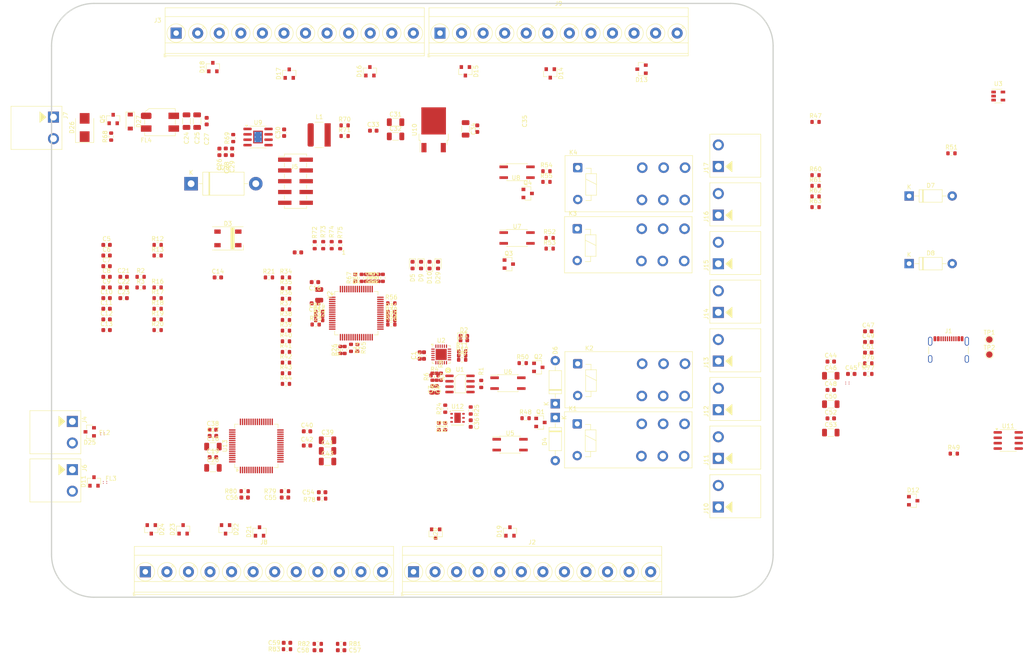
<source format=kicad_pcb>
(kicad_pcb (version 20241229) (generator "pcbnew") (generator_version "9.0")
  (layers (0 "F.Cu" signal) (2 "B.Cu" signal) (13 "F.Paste" user) (15 "B.Paste" user) (5 "F.SilkS" user "F.Silkscreen") (7 "B.SilkS" user "B.Silkscreen") (1 "F.Mask" user) (3 "B.Mask" user) (25 "Edge.Cuts" user))
  (net 0 "")
  (net 1 "+3V3")
  (net 2 "GND")
  (net 3 "VBUS")
  (net 4 "+BATT")
  (net 5 "Net-(U1-VCC)")
  (net 6 "/MCU/MCU_RST")
  (net 7 "Net-(U4-OSC32_OUT)")
  (net 8 "Net-(C24-Pad2)")
  (net 9 "Net-(C29-Pad2)")
  (net 10 "Net-(D28-K)")
  (net 11 "+5V")
  (net 12 "/Dry Contact_1/DRY_V")
  (net 13 "Net-(D4-A)")
  (net 14 "Net-(D5-A)")
  (net 15 "/Dry Contact_2/DRY_V")
  (net 16 "Net-(D6-A)")
  (net 17 "/Dry Contact_3/DRY_V")
  (net 18 "Net-(D7-A)")
  (net 19 "/Dry Contact_4/DRY_V")
  (net 20 "Net-(D8-A)")
  (net 21 "Net-(D9-A)")
  (net 22 "Net-(D10-A)")
  (net 23 "/EXT_CAN_N")
  (net 24 "/EXT_CAN_P")
  (net 25 "Net-(U13-IN1P)")
  (net 26 "Net-(U13-IN2P)")
  (net 27 "/OUT_DIG5")
  (net 28 "/OUT_DIG6")
  (net 29 "/OUT_DIG3")
  (net 30 "/OUT_DIG4")
  (net 31 "/OUT_DIG1")
  (net 32 "/OUT_DIG2")
  (net 33 "/OUT_PWM5")
  (net 34 "/OUT_PWM6")
  (net 35 "Net-(U4-OSC32_IN)")
  (net 36 "/OUT_PWM4")
  (net 37 "/OUT_PWM1")
  (net 38 "/OUT_PWM2")
  (net 39 "/IN_AN5")
  (net 40 "/IN_AN6")
  (net 41 "/IN_AN3")
  (net 42 "/IN_AN4")
  (net 43 "/IN_AN1")
  (net 44 "/IN_AN2")
  (net 45 "/IN_DIG5")
  (net 46 "/MCU/VCAP4")
  (net 47 "Net-(U13-IN3P)")
  (net 48 "/IN_DIG4")
  (net 49 "/IN_DIG1")
  (net 50 "/IN_DIG2")
  (net 51 "/MCU/VCAP3")
  (net 52 "/MCU/VCAP2")
  (net 53 "Net-(U9-VIN)")
  (net 54 "Net-(D27-A)")
  (net 55 "Net-(U9-SS)")
  (net 56 "Net-(U9-COMP)")
  (net 57 "Net-(U9-BOOT)")
  (net 58 "Net-(U13-IN4P)")
  (net 59 "Net-(U13-VCAP1)")
  (net 61 "/MCU/LED_DI")
  (net 62 "/USB_IN_N")
  (net 63 "/USB_IN_P")
  (net 64 "/OUT_PWM3")
  (net 65 "Net-(Q1-B)")
  (net 66 "GND1")
  (net 67 "Net-(Q2-B)")
  (net 68 "Net-(Q3-B)")
  (net 69 "Net-(Q4-B)")
  (net 70 "Net-(D1-A)")
  (net 71 "Net-(D2-A)")
  (net 72 "Net-(D29-A)")
  (net 73 "/OUT_DRY1")
  (net 74 "/IN_DIG3")
  (net 75 "/OUT_DRY2")
  (net 76 "/RS485_EXT_P")
  (net 77 "/OUT_DRY3")
  (net 78 "Net-(U1-RO)")
  (net 79 "/OUT_DRY4")
  (net 92 "/MCU/RX0_3V3")
  (net 93 "Net-(U1-DI)")
  (net 94 "/MCU/TX0_3V3")
  (net 95 "Net-(U2-VBUS)")
  (net 96 "Net-(U2-~{RST})")
  (net 97 "Net-(U2-RXT{slash}IO1)")
  (net 98 "Net-(U2-TXT{slash}IO0)")
  (net 99 "Net-(U2-~{SUSPEND})")
  (net 100 "Net-(U3-~{WDO})")
  (net 101 "/RS485_EXT_N")
  (net 102 "Net-(U4-PC0)")
  (net 103 "Net-(U4-PC1)")
  (net 104 "Net-(D26-A2)")
  (net 105 "Net-(D26-A1)")
  (net 106 "Net-(U4-PC2)")
  (net 107 "Net-(D27-K)")
  (net 108 "Net-(U4-PC3)")
  (net 109 "/MCU/SDA")
  (net 110 "/MCU/SCL")
  (net 111 "Net-(U4-PC4)")
  (net 112 "/USB_D_P")
  (net 113 "Net-(U4-PC5)")
  (net 114 "/USB_D_N")
  (net 115 "Net-(U4-PC6)")
  (net 116 "Net-(R48-Pad2)")
  (net 117 "Net-(R49-Pad1)")
  (net 118 "Net-(R50-Pad2)")
  (net 119 "Net-(R51-Pad1)")
  (net 120 "Net-(R52-Pad2)")
  (net 121 "Net-(R53-Pad1)")
  (net 122 "Net-(R54-Pad2)")
  (net 123 "Net-(R55-Pad1)")
  (net 124 "/RS485_P")
  (net 125 "/RS485_N")
  (net 126 "Net-(U4-PC7)")
  (net 127 "Net-(U4-PC8)")
  (net 128 "Net-(U4-PC9)")
  (net 129 "Net-(U4-PC10)")
  (net 130 "/JTRST")
  (net 131 "/JTDI")
  (net 132 "Net-(U4-PC11)")
  (net 133 "/JTMS")
  (net 134 "Net-(U4-PA0)")
  (net 135 "/JTDO")
  (net 136 "Net-(U4-PA1)")
  (net 137 "/JTCK")
  (net 138 "Net-(U4-PA2)")
  (net 139 "Net-(U4-PA3)")
  (net 140 "Net-(U13-GPIO4)")
  (net 141 "Net-(U13-GPIO3)")
  (net 142 "Net-(U4-PA4)")
  (net 143 "Net-(U13-GPIO2)")
  (net 144 "Net-(U13-GPIO1)")
  (net 145 "/MCU/SP1_SCK")
  (net 146 "Net-(U4-PA5)")
  (net 147 "/MCU/SP1_MISO")
  (net 148 "Net-(U4-PA6)")
  (net 149 "/MCU/SP1_MOSI")
  (net 150 "Net-(U4-PA7)")
  (net 151 "/MCU/SPI_ADC1_CS")
  (net 152 "Net-(U4-PA8)")
  (net 153 "Net-(U13-TESTN)")
  (net 154 "Net-(U13-TESTP)")
  (net 155 "Net-(U12-ADDR)")
  (net 156 "Net-(U4-PA9)")
  (net 157 "/MCU/SPI_ADC2_CS")
  (net 159 "Net-(U4-PA12)")
  (net 161 "Net-(U4-PA13)")
  (net 163 "Net-(U4-PA14)")
  (net 164 "Net-(U4-PA15)")
  (net 165 "Net-(U13-AVDD1)")
  (net 166 "Net-(U4-PB11)")
  (net 167 "Net-(U4-PB12)")
  (net 168 "Net-(U4-PB13)")
  (net 169 "Net-(U4-PB14)")
  (net 170 "/MCU/WDI_IN")
  (net 171 "Net-(U4-PB0)")
  (net 172 "Net-(U4-PB1)")
  (net 173 "/MCU/WDI_EN")
  (net 174 "Net-(U13-IN5P)")
  (net 175 "Net-(U4-PB3)")
  (net 176 "Net-(U4-PB4)")
  (net 177 "Net-(U9-VSENSE)")
  (net 178 "/MCU/LED1")
  (net 179 "/MCU/LED2")
  (net 180 "Net-(U13-AVDD-Pad19)")
  (net 181 "Net-(U13-IN6P)")
  (net 182 "/MCU/RS485")
  (net 188 "/MCU/DTR")
  (net 190 "/MCU/ADC_SCLK")
  (net 191 "/MCU/RTS")
  (net 202 "/MCU/ADC_DOUT")
  (net 203 "/MCU/ADC_DRDY")
  (net 204 "/MCU/WTD_EN")
  (net 205 "/MCU/WTD_IN")
  (net 229 "/MCU/ADC_RESET")
  (net 232 "/MCU/ADC_CS")
  (net 233 "/MCU/ADC_PWDN")
  (net 236 "/Dry Contact_1/DRY1_C")
  (net 237 "/Dry Contact_1/DRY_CONT")
  (net 238 "/Dry Contact_1/DRY1_O")
  (net 239 "/Dry Contact_2/DRY_CONT")
  (net 240 "/Dry Contact_2/DRY1_O")
  (net 241 "/Dry Contact_2/DRY1_C")
  (net 242 "/Dry Contact_3/DRY1_O")
  (net 243 "/Dry Contact_3/DRY1_C")
  (net 244 "/Dry Contact_3/DRY_CONT")
  (net 245 "/Dry Contact_4/DRY_CONT")
  (net 246 "/Dry Contact_4/DRY1_C")
  (net 247 "/Dry Contact_4/DRY1_O")
  (net 248 "/CAN_P")
  (net 249 "/CAN_N")
  (footprint "Diode_THT:D_DO-41_SOD81_P10.16mm_Horizontal" (layer "F.Cu") (at 167.68 143.38 90)
    (property "Reference" "D6")
    (property "Value" "1N47xxA")
  )
  (footprint "Capacitor_SMD:C_0603_1608Metric" (layer "F.Cu") (at 109.195 149.89)
    (property "Reference" "C40")
    (property "Value" "1uF")
  )
  (footprint "Resistor_SMD:R_0603_1608Metric" (layer "F.Cu") (at 104.23 116.114)
    (property "Reference" "R35")
    (property "Value" "100")
  )
  (footprint "Connectors:WURTH-691312510002" (layer "F.Cu") (at 202.095 147.335 90)
    (property "Reference" "J12")
    (property "Value" "1x02")
  )
  (footprint "Connectors:WURTH-691312510002" (layer "F.Cu") (at 57.905 145.015 -90)
    (property "Reference" "J4")
    (property "Value" "1x02")
  )
  (footprint "Resistor_SMD:R_0603_1608Metric" (layer "F.Cu") (at 74 123.5)
    (property "Reference" "R19")
    (property "Value" "100")
  )
  (footprint "Resistor_SMD:R_0603_1608Metric" (layer "F.Cu") (at 111.725 200)
    (property "Reference" "R82")
    (property "Value" "1K" (hide yes))
  )
  (footprint "IC:SOT-23-5" (layer "F.Cu") (at 272.045 70.84)
    (property "Reference" "U3")
    (property "Value" "STWD100")
  )
  (footprint "Connectors:TerminalBlock_Phoenix_MKDS-3-12-5.08_1x12_P5.08mm_Horizontal" (layer "F.Cu") (at 71.1 183)
    (property "Reference" "J8")
    (property "Value" "TerminalBlock_1x12")
  )
  (footprint "Resistor_SMD:R_0603_1608Metric" (layer "F.Cu") (at 261.02 84.34)
    (property "Reference" "R51")
    (property "Value" "120Ω")
  )
  (footprint "Resistor_SMD:R_0603_1608Metric" (layer "F.Cu") (at 118.05 80.26)
    (property "Reference" "R71")
    (property "Value" "8.2KΩ")
  )
  (footprint "Resistor_SMD:R_0603_1608Metric" (layer "F.Cu") (at 74 108.44)
    (property "Reference" "R13")
    (property "Value" "10KΩ")
  )
  (footprint "TestPoint:TestPoint_Pad_D1.5mm" (layer "F.Cu") (at 269.945 128.24)
    (property "Reference" "TP1")
    (property "Value" "TestPoint_1.5mm")
  )
  (footprint "Capacitor_SMD:C_0603_1608Metric" (layer "F.Cu") (at 124.8 79)
    (property "Reference" "C33")
    (property "Value" "100nF")
  )
  (footprint "Package_SO:SOIC-8-1EP_3.9x4.9mm_P1.27mm_EP2.29x3mm_ThermalVias" (layer "F.Cu") (at 97.65 80.5)
    (property "Reference" "U9")
    (property "Value" "TPS54331DR")
  )
  (footprint "Inductors:ChokeSMD_ACM7060" (layer "F.Cu") (at 74.55 77)
    (property "Reference" "FL4")
    (property "Value" "ACM7060-701-2PL-TL01")
  )
  (footprint "Resistor_SMD:R_0603_1608Metric" (layer "F.Cu") (at 241.425 133.845)
    (property "Reference" "R76")
    (property "Value" "10KΩ")
  )
  (footprint "Semiconductors:SOT-23" (layer "F.Cu") (at 124 65 90)
    (property "Reference" "D16")
    (property "Value" "PESD3V3L2BT" (hide yes))
  )
  (footprint "Resistor_SMD:R_0603_1608Metric" (layer "F.Cu") (at 145.7425 133.0165)
    (property "Reference" "R9")
    (property "Value" "470Ω")
  )
  (footprint "Capacitor_SMD:C_0603_1608Metric" (layer "F.Cu") (at 138.7425 140.0165 -90)
    (property "Reference" "C4")
    (property "Value" "1uF")
  )
  (footprint "Resistor_SMD:R_0603_1608Metric" (layer "F.Cu") (at 129.055 124.704)
    (property "Reference" "R28")
    (property "Value" "100")
  )
  (footprint "Resistor_SMD:R_0603_1608Metric" (layer "F.Cu") (at 129.055 122.704)
    (property "Reference" "R30")
    (property "Value" "100")
  )
  (footprint "Semiconductors:SOT-23" (layer "F.Cu") (at 188 64.5 180)
    (property "Reference" "D13")
    (property "Value" "PESD3V3L2BT" (hide yes))
  )
  (footprint "Resistor_SMD:R_0603_1608Metric" (layer "F.Cu") (at 125.055 113.704 90)
    (property "Reference" "R59")
    (property "Value" "100")
  )
  (footprint "Resistor_SMD:R_0603_1608Metric" (layer "F.Cu") (at 104.23 136.194)
    (property "Reference" "R43")
    (property "Value" "10KΩ")
  )
  (footprint "Transistors:SOT-23" (layer "F.Cu") (at 156.725 110.46)
    (property "Reference" "Q3")
    (property "Value" "MMSS8050-H-TP")
  )
  (footprint "Connectors:WURTH-691312510002" (layer "F.Cu") (at 202.095 124.395 90)
    (property "Reference" "J14")
    (property "Value" "1x02")
  )
  (footprint "Capacitor_SMD:C_0603_1608Metric" (layer "F.Cu") (at 65.98 113.46)
    (property "Reference" "C21")
    (property "Value" "100nF")
  )
  (footprint "Resistor_SMD:R_0603_1608Metric" (layer "F.Cu") (at 69.99 115.97)
    (property "Reference" "R3")
    (property "Value" "0")
  )
  (footprint "Resistor_SMD:R_0603_1608Metric" (layer "F.Cu") (at 122.055 113.704 90)
    (property "Reference" "R66")
    (property "Value" "100")
  )
  (footprint "Capacitor_SMD:C_0603_1608Metric" (layer "F.Cu") (at 112.75 164.25)
    (property "Reference" "C54")
    (property "Value" "1nF" (hide yes))
  )
  (footprint "Semiconductors:SOT-23" (layer "F.Cu") (at 146.5 65 -90)
    (property "Reference" "D15")
    (property "Value" "PESD3V3L2BT" (hide yes))
  )
  (footprint "Resistor_SMD:R_0603_1608Metric" (layer "F.Cu") (at 104.23 133.684)
    (property "Reference" "R42")
    (property "Value" "100")
  )
  (footprint "Resistor_SMD:R_0603_1608Metric" (layer "F.Cu") (at 112.055 123.704)
    (property "Reference" "R22")
    (property "Value" "100")
  )
  (footprint "LED_SMD:LED_0603_1608Metric" (layer "F.Cu") (at 134.055 110.704 -90)
    (property "Reference" "D5")
    (property "Value" "150060RS55040")
  )
  (footprint "Capacitor_SMD:C_1206_3216Metric" (layer "F.Cu") (at 80.8 76.75 -90)
    (property "Reference" "C24")
    (property "Value" "10uF")
  )
  (footprint "Optical:LED_WS2812B_PLCC4_5.0x5.0mm_P3.2mm" (layer "F.Cu") (at 90.55 104.4)
    (property "Reference" "D3")
    (property "Value" "WS2812B")
  )
  (footprint "Connectors:TerminalBlock_Phoenix_MKDS-3-12-5.08_1x12_P5.08mm_Horizontal" (layer "F.Cu") (at 78.36 56)
    (property "Reference" "J3")
    (property "Value" "TerminalBlock_1x12")
  )
  (footprint "Capacitor_SMD:C_1206_3216Metric" (layer "F.Cu") (at 130.05 77)
    (property "Reference" "C31")
    (property "Value" "47uF")
  )
  (footprint "Transistors:SOT-23" (layer "F.Cu") (at 63.525 76.25 90)
    (property "Reference" "Q5")
    (property "Value" "SI2347DS-T1-GE3")
  )
  (footprint "Capacitor_SMD:C_0603_1608Metric" (layer "F.Cu") (at 241.425 126.315)
    (property "Reference" "C47")
    (property "Value" "1uF")
  )
  (footprint "Inductors:Choke_TDK_TCM0403M-350-2P-T210" (layer "F.Cu") (at 61.6 161.935)
    (property "Reference" "FL3")
    (property "Value" "TCM0403M-350-2P-T210")
  )
  (footprint "Package_SON:Texas_PWSON-N6" (layer "F.Cu") (at 144.655 146.704)
    (property "Reference" "U12")
    (property "Value" "HDC2080")
  )
  (footprint "Semiconductors:SOT-23" (layer "F.Cu") (at 139.5 174 -90)
    (property "Reference" "D20")
    (property "Value" "PESD3V3L2BT" (hide yes))
  )
  (footprint "Resistor_SMD:R_0603_1608Metric" (layer "F.Cu") (at 104.23 126.154)
    (property "Reference" "R39")
    (property "Value" "100")
  )
  (footprint "Connectors:PinHeader_2x05_P2.54mm_Vertical_SMD" (layer "F.Cu") (at 106.475 90.92)
    (property "Reference" "J5")
    (property "Value" "Conn_ARM_JTAG_SWD_10")
  )
  (footprint "Resistor_SMD:R_0603_1608Metric" (layer "F.Cu") (at 91.8 80.75 90)
    (property "Reference" "R69")
    (property "Value" "49.9")
  )
  (footprint "Capacitor_SMD:C_1206_3216Metric" (layer "F.Cu") (at 232.585 136.785)
    (property "Reference" "C46")
    (property "Value" "22uF")
  )
  (footprint "Transistors:SOT-23" (layer "F.Cu") (at 164.18 147.8)
    (property "Reference" "Q1")
    (property "Value" "MMSS8050-H-TP" (hide yes))
  )
  (footprint "Semiconductors:D_SOD-123" (layer "F.Cu") (at 67.55 76.85 -90)
    (property "Reference" "D27")
    (property "Value" "Zener_6V")
  )
  (footprint "Electromechanical:Relay_TE_RZH3-1C04-D012" (layer "F.Cu") (at 172.95 133.95)
    (property "Reference" "K2")
    (property "Value" "RZH3-1C4-D012")
  )
  (footprint "Capacitor_SMD:C_0603_1608Metric" (layer "F.Cu") (at 61.97 108.44)
    (property "Reference" "C6")
    (property "Value" "1uF")
  )
  (footprint "Capacitor_SMD:C_0603_1608Metric" (layer "F.Cu") (at 87.025 150.97)
    (property "Reference" "C17")
    (property "Value" "1uF")
  )
  (footprint "Transistors:SOT-23" (layer "F.Cu") (at 163.68 134.8)
    (property "Reference" "Q2")
    (property "Value" "MMSS8050-H-TP" (hide yes))
  )
  (footprint "Resistor_SMD:R_0603_1608Metric" (layer "F.Cu") (at 126.055 113.704 90)
    (property "Reference" "R58")
    (property "Value" "100")
  )
  (footprint "Capacitor_SMD:C_0603_1608Metric" (layer "F.Cu") (at 104 165.5)
    (property "Reference" "C55")
    (property "Value" "1nF" (hide yes))
  )
  (footprint "Capacitor_SMD:C_0603_1608Metric" (layer "F.Cu") (at 87.025 155.99)
    (property "Reference" "C19")
    (property "Value" "1uF")
  )
  (footprint "IC:TO-252-2" (layer "F.Cu") (at 139.02 78.8 90)
    (property "Reference" "U10")
    (property "Value" "BD33FC0FP-E2")
  )
  (footprint "Capacitor_SMD:C_0603_1608Metric" (layer "F.Cu") (at 232.585 133.435)
    (property "Reference" "C44")
    (property "Value" "1uF")
  )
  (footprint "Resistor_SMD:R_0603_1608Metric" (layer "F.Cu") (at 160.68 146.8)
    (property "Reference" "R48")
    (property "Value" "120Ω")
  )
  (footprint "Oscillators:Oscillator_SMD_ECS_2520MV-xxx-xx-4Pin_2.5x2.0mm" (layer "F.Cu") (at 112.055 117.704 -90)
    (property "Reference" "Y2")
    (property "Value" "Crystal")
  )
  (footprint "Electromechanical:Relay_TE_RZH3-1C04-D012" (layer "F.Cu") (at 172.855 148.125)
    (property "Reference" "K1")
    (property "Value" "RZH3-1C4-D012")
  )
  (footprint "Capacitor_SMD:C_0603_1608Metric" (layer "F.Cu") (at 65.98 118.48)
    (property "Reference" "C23")
    (property "Value" "100nF")
  )
  (footprint "IC:LQFP-64_10x10mm_P0.5mm" (layer "F.Cu") (at 97.25 153.325 90)
    (property "Reference" "U13")
    (property "Value" "~")
  )
  (footprint "Resistor_SMD:R_0603_1608Metric" (layer "F.Cu") (at 145.7425 132.0165)
    (property "Reference" "R10")
    (property "Value" "470Ω")
  )
  (footprint "Capacitor_SMD:C_1206_3216Metric" (layer "F.Cu") (at 232.585 143.485)
    (property "Reference" "C50")
    (property "Value" "22uF")
  )
  (footprint "Resistor_SMD:R_0603_1608Metric" (layer "F.Cu") (at 74 120.99)
    (property "Reference" "R18")
    (property "Value" "100")
  )
  (footprint "Capacitor_SMD:C_0603_1608Metric" (layer "F.Cu") (at 88.55 84 90)
    (property "Reference" "C26")
    (property "Value" "22nF")
  )
  (footprint "Capacitor_SMD:C_1206_3216Metric" (layer "F.Cu") (at 83.3 76.75 -90)
    (property "Reference" "C25")
    (property "Value" "10uF")
  )
  (footprint "Resistor_SMD:R_0603_1608Metric" (layer "F.Cu") (at 123.055 113.704 -90)
    (property "Reference" "R33")
    (property "Value" "100")
  )
  (footprint "LED_SMD:LED_0603_1608Metric" (layer "F.Cu") (at 146.155 127.4165)
    (property "Reference" "D2")
    (property "Value" "LED_Small")
  )
  (footprint "Resistor_SMD:R_0603_1608Metric" (layer "F.Cu") (at 104.23 131.174)
    (property "Reference" "R41")
    (property "Value" "100")
  )
  (footprint "Capacitor_SMD:C_0603_1608Metric" (layer "F.Cu") (at 232.585 146.835)
    (property "Reference" "C52")
    (property "Value" "100nF")
  )
  (footprint "Capacitor_SMD:C_0603_1608Metric" (layer "F.Cu") (at 61.97 113.46)
    (property "Reference" "C8")
    (property "Value" "100nF")
  )
  (footprint "Resistor_SMD:R_0603_1608Metric" (layer "F.Cu") (at 147.755 144.979 -90)
    (property "Reference" "R25")
    (property "Value" "4K7")
  )
  (footprint "Semiconductors:SOT-23" (layer "F.Cu") (at 105 65.55 90)
    (property "Reference" "D17")
    (property "Value" "PESD3V3L2BT" (hide yes))
  )
  (footprint "Diode_THT:D_DO-201AD_P15.24mm_Horizontal" (layer "F.Cu") (at 81.88 91.5)
    (property "Reference" "D28")
    (property "Value" "1N5820")
  )
  (footprint "Resistor_SMD:R_0603_1608Metric" (layer "F.Cu") (at 74 118.48)
    (property "Reference" "R17")
    (property "Value" "100")
  )
  (footprint "Semiconductors:SOT-23" (layer "F.Cu") (at 166.5 65.5 -90)
    (property "Reference" "D14")
    (property "Value" "PESD3V3L2BT" (hide yes))
  )
  (footprint "Resistor_SMD:R_0603_1608Metric" (layer "F.Cu") (at 111.23 124.704)
    (property "Reference" "R23")
    (property "Value" "100")
  )
  (footprint "LED_SMD:LED_0603_1608Metric" (layer "F.Cu") (at 138.055 110.704 90)
    (property "Reference" "D10")
    (property "Value" "150060RS55040")
  )
  (footprint "Capacitor_SMD:C_0603_1608Metric" (layer "F.Cu") (at 91.55 84 90)
    (property "Reference" "C29")
    (property "Value" "4.7nF")
  )
  (footprint "Semiconductors:D_SMB" (layer "F.Cu") (at 56.8 78.25 90)
    (property "Reference" "D26")
    (property "Value" "SMBJ30CA")
  )
  (footprint "Resistor_SMD:R_0603_1608Metric" (layer "F.Cu") (at 111 106 -90)
    (property "Reference" "R72")
    (property "Value" "120Ω")
  )
  (footprint "Resistor_SMD:R_0603_1608Metric" (layer "F.Cu") (at 115 106 90)
    (property "Reference" "R74")
    (property "Value" "120Ω")
  )
  (footprint "Resistor_SMD:R_0603_1608Metric" (layer "F.Cu") (at 104.23 113.604)
    (property "Reference" "R34")
    (property "Value" "100")
  )
  (footprint "LED_SMD:LED_0603_1608Metric" (layer "F.Cu") (at 136.055 110.704 -90)
    (property "Reference" "D9")
    (property "Value" "150060RS55040")
  )
  (footprint "Connectors:WURTH-691312510002" (layer "F.Cu") (at 202.095 170.275 90)
    (property "Reference" "J10")
    (property "Value" "1x02")
  )
  (footprint "Resistor_SMD:R_0603_1608Metric" (layer "F.Cu") (at 241.425 136.355)
    (property "Reference" "R77")
    (property "Value" "10KΩ")
  )
  (footprint "Resistor_SMD:R_0603_1608Metric" (layer "F.Cu") (at 229 97.02)
    (property "Reference" "R63")
    (property "Value" "100")
  )
  (footprint "Connectors:TerminalBlock_Phoenix_MKDS-3-12-5.08_1x12_P5.08mm_Horizontal" (layer "F.Cu") (at 140.52 56)
    (property "Reference" "J9")
    (property "Value" "TerminalBlock_1x12")
  )
  (footprint "LED_SMD:LED_0603_1608Metric" (layer "F.Cu") (at 140.055 110.704 -90)
    (property "Reference" "D29")
    (property "Value" "150060RS55040")
  )
  (footprint "Resistor_SMD:R_0603_1608Metric" (layer "F.Cu") (at 229 89.49)
    (property "Reference" "R60")
    (property "Value" "100")
  )
  (footprint "Capacitor_SMD:C_1206_3216Metric" (layer "F.Cu") (at 114.025 151.98)
    (property "Reference" "C39")
    (property "Value" "22uF")
  )
  (footprint "Connectors:WURTH-691312510002" (layer "F.Cu") (at 202.095 112.925 90)
    (property "Reference" "J15")
    (property "Value" "1x02")
  )
  (footprint "Resistor_SMD:R_0603_1608Metric" (layer "F.Cu") (at 229 92)
    (property "Reference" "R61")
    (property "Value" "100")
  )
  (footprint "Resistor_SMD:R_0603_1608Metric" (layer "F.Cu") (at 140.7425 137.0165 90)
    (property "Reference" "R8")
    (property "Value" "1K")
  )
  (footprint "Resistor_SMD:R_0603_1608Metric" (layer "F.Cu") (at 104.23 121.134)
    (property "Reference" "R37")
    (property "Value" "100")
  )
  (footprint "Resistor_SMD:R_0603_1608Metric" (layer "F.Cu") (at 165.6 91.07)
    (property "Reference" "R55")
    (property "Value" "120Ω")
  )
  (footprint "LED_SMD:LED_0603_1608Metric" (layer "F.Cu") (at 146.155 128.4165)
    (property "Reference" "D1")
    (property "Value" "LED_Small")
  )
  (footprint "Connectors:TerminalBlock_Phoenix_MKDS-3-12-5.08_1x12_P5.08mm_Horizontal" (layer "F.Cu") (at 134.28 183)
    (property "Reference" "J2")
    (property "Value" "TerminalBlock_1x12")
  )
  (footprint "Connectors:WURTH-691312510002" (layer "F.Cu") (at 202.095 89.985 90)
    (property "Reference" "J17")
    (property "Value" "1x02")
  )
  (footprint "Semiconductors:SOT-23" (layer "F.Cu") (at 80 173 90)
    (property "Reference" "D23")
    (property "Value" "PESD3V3L2BT" (hide yes))
  )
  (footprint "Capacitor_SMD:C_0603_1608Metric" (layer "F.Cu") (at 149.3 78.525 -90)
    (property "Reference" "C35")
    (property "Value" "100nF")
  )
  (footprint "Resistor_SMD:R_0603_1608Metric" (layer "F.Cu") (at 117.055 130.704 90)
    (property "Reference" "R26")
    (property "Value" "100")
  )
  (footprint "Capacitor_SMD:C_0603_1608Metric" (layer "F.Cu") (at 90.05 83.975 90)
    (property "Reference" "C28")
    (property "Value" "47pF")
  )
  (footprint "Capacitor_SMD:C_1206_3216Metric" (layer "F.Cu") (at 114.025 154.49)
    (property "Reference" "C41")
    (property "Value" "22uF")
  )
  (footprint "Capacitor_SMD:C_0603_1608Metric" (layer "F.Cu") (at 241.425 128.825)
    (property "Reference" "C49")
    (property "Value" "100nF")
  )
  (footprint "Capacitor_SMD:C_0603_1608Metric" (layer "F.Cu") (at 61.97 105.93)
    (property "Reference" "C5")
    (property "Value" "100nF")
  )
  (footprint "Semiconductors:SOT-23" (layer "F.Cu") (at 157 173.5 90)
    (property "Reference" "D19")
    (property "Value" "PESD3V3L2BT" (hide yes))
  )
  (footprint "IC:SOIC-8_3.9x4.9mm_P1.27mm" (layer "F.Cu") (at 274.395 152.04)
    (property "Reference" "U11")
    (property "Value" "ATA6560")
  )
  (footprint "Capacitor_SMD:C_0603_1608Metric" (layer "F.Cu") (at 107.055 107.704)
    (property "Reference" "C37")
    (property "Value" "100nF")
  )
  (footprint "Resistor_SMD:R_0603_1608Metric" (layer "F.Cu") (at 166.355 106.8)
    (property "Reference" "R53")
    (property "Value" "120Ω")
  )
  (footprint "Resistor_SMD:R_0603_1608Metric" (layer "F.Cu") (at 150.23 138.714 90)
    (property "Reference" "R1")
    (property "Value" "120Ω")
  )
  (footprint "Resistor_SMD:R_0603_1608Metric" (layer "F.Cu") (at 104 164)
    (property "Reference" "R79")
    (property "Value" "1K" (hide yes))
  )
  (footprint "Resistor_SMD:R_0603_1608Metric" (layer "F.Cu") (at 100.22 113.604)
    (property "Reference" "R21")
    (property "Value" "100")
  )
  (footprint "Resistor_SMD:R_0603_1608Metric" (layer "F.Cu") (at 141.755 148.729 90)
    (property "Reference" "R45")
    (property "Value" "0")
  )
  (footprint "Semiconductors:SOT-23" (layer "F.Cu") (at 98 173.5 90)
    (property "Reference" "D21")
    (property "Value" "PESD3V3L2BT" (hide yes))
  )
  (footprint "Resistor_SMD:R_0603_1608Metric" (layer "F.Cu") (at 129.055 121.704)
    (property "Reference" "R31")
    (property "Value" "100")
  )
  (footprint "Capacitor_SMD:C_0603_1608Metric" (layer "F.Cu") (at 241.425 131.335)
    (property "Reference" "C51")
    (property "Value" "1uF")
  )
  (footprint "Resistor_SMD:R_0603_1608Metric" (layer "F.Cu") (at 63.05 80.4 90)
    (property "Reference" "R68")
    (property "Value" "12K")
  )
  (footprint "Resistor_SMD:R_0603_1608Metric" (layer "F.Cu") (at 118.055 130.704 90)
    (property "Reference" "R27")
    (property "Value" "100")
  )
  (footprint "TestPoint:TestPoint_Pad_D1.5mm" (layer "F.Cu") (at 269.945 131.79)
    (property "Reference" "TP2")
    (property "Value" "TestPoint_1.5mm")
  )
  (footprint "Resistor_SMD:R_0603_1608Metric" (layer "F.Cu") (at 69.99 113.46)
    (property "Reference" "R2")
    (property "Value" "0")
  )
  (footprint "Resistor_SMD:R_0603_1608Metric" (layer "F.Cu") (at 94.5 164)
    (property "Reference" "R80")
    (property "Value" "1K" (hide yes))
  )
  (footprint "Resistor_SMD:R_0603_1608Metric" (layer "F.Cu") (at 141.755 144.554 90)
    (property "Reference" "R24")
    (property "Value" "4K7")
  )
  (footprint "Connectors:WURTH-691312510002" (layer "F.Cu") (at 53.455 73.265 -90)
    (property "Reference" "J7")
    (property "Value" "1x02")
  )
  (footprint "IC:SOIC-8_3.9x4.9mm_P1.27mm" (layer "F.Cu") (at 145.23 138.714)
    (property "Reference" "U1")
    (property "Value" "SP3485EN")
  )
  (footprint "Capacitor_SMD:C_0603_1608Metric" (layer "F.Cu") (at 61.97 115.97)
    (property "Reference" "C9")
    (property "Value" "10nF")
  )
  (footprint "Capacitor_SMD:C_0603_1608Metric" (layer "F.Cu") (at 136.7425 132.0165 90)
    (property "Reference" "C2")
    (property "Value" "1uF")
  )
  (footprint "Package_SO:SO-4_4.4x3.6mm_P2.54mm" (layer "F.Cu") (at 158.68 104.3)
    (property "Reference" "U7")
    (property "Value" "LTV-356T")
  )
  (footprint "Capacitor_SMD:C_1206_3216Metric" (layer "F.Cu") (at 146.55 78.575 -90)
    (property "Reference" "C34")
    (property "Value" "47uF")
  )
  (footprint "Capacitor_SMD:C_1206_3216Metric" (layer "F.Cu") (at 87.025 153.48)
    (property "Reference" "C18")
    (property "Value" "22uF")
  )
  (footprint "Resistor_SMD:R_0603_1608Metric" (layer "F.Cu") (at 118.05 77.75)
    (property "Reference" "R70")
    (property "Value" "43KΩ")
  )
  (footprint "Inductors:Inductor_Wurth_XHMI-6060" (layer "F.Cu") (at 112.05 80)
    (property "Reference" "L1")
    (property "Value" "10μH-5A")
  )
  (footprint "Diode_THT:D_DO-41_SOD81_P10.16mm_Horizontal" (layer "F.Cu") (at 167.68 146.64 -90)
    (property "Reference" "D4")
    (property "Value" "1N47xxA")
  )
  (footprint "Resistor_SMD:R_0603_1608Metric" (layer "F.Cu") (at 124.055 113.704 -90)
    (property "Reference" "R32")
    (property "Value" "100")
  )
  (footprint "Resistor_SMD:R_0603_1608Metric" (layer "F.Cu") (at 119.555 130.204 -90)
    (property "Reference" "R64")
    (property "Value" "100")
  )
  (footprint "Connectors:WURTH-691312510002" (layer "F.Cu") (at 202.095 158.805 90)
    (property "Reference" "J11")
    (property "Value" "1x02")
  )
  (footprint "Resistor_SMD:R_0603_1608Metric" (layer "F.Cu") (at 104.23 118.624)
    (property "Reference" "R36")
    (property "Value" "100")
  )
  (footprint "Resistor_SMD:R_0603_1608Metric" (layer "F.Cu") (at 117 106 90)
    (property "Reference" "R75")
    (property "Value" "330")
  )
  (footprint "Capacitor_SMD:C_1206_3216Metric" (layer "F.Cu") (at 130.05 80.35)
    (property "Reference" "C32")
    (property "Value" "47uF")
  )
  (footprint "Resistor_SMD:R_0603_1608Metric" (layer "F.Cu") (at 112.055 122.704)
    (property "Reference" "R15")
    (property "Value" "100")
  )
  (footprint "Capacitor_SMD:C_0603_1608Metric" (layer "F.Cu") (at 88.19 113.604)
    (property "Reference" "C14")
    (property "Value" "100nF")
  )
  (footprint "Capacitor_SMD:C_0603_1608Metric" (layer "F.Cu") (at 117.225 201.5)
    (property "Reference" "C57")
    (property "Value" "1nF")
  )
  (footprint "Inductors:Choke_TDK_TCM0403M-350-2P-T210" (layer "F.Cu") (at 236.5 138.5)
    (property "Reference" "FL1")
    (property "Value" "TCM0403M-350-2P-T210")
  )
  (footprint "Resistor_SMD:R_0603_1608Metric" (layer "F.Cu") (at 139.23 136.714)
    (property "Reference" "R4")
    (property "Value" "100")
  )
  (footprint "Resistor_SMD:R_0603_1608Metric" (layer "F.Cu") (at 129.055 119.704)
    (property "Reference" "R56")
    (property "Value" "100")
  )
  (footprint "Capacitor_SMD:C_0603_1608Metric" (layer "F.Cu") (at 139.7425 140.0165 90)
    (property "Reference" "C3")
    (property "Value" "100nF")
  )
  (footprint "Semiconductors:SOT-23" (layer "F.Cu") (at 252 166.25)
    (property "Reference" "D12")
    (property "Value" "824022" (hide yes))
  )
  (footprint "Transistors:SOT-23" (layer "F.Cu") (at 161.18 93.8)
    (property "Reference" "Q4")
    (property "Value" "MMSS8050-H-TP")
  )
  (footprint "Resistor_SMD:R_0603_1608Metric" (layer "F.Cu") (at 140.255 148.729 -90)
    (property "Reference" "R46")
    (property "Value" "0")
  )
  (footprint "Resistor_SMD:R_0603_1608Metric" (layer "F.Cu") (at 165.6 88.56)
    (property "Reference" "R54")
    (property "Value" "120Ω")
  )
  (footprint "Resistor_SMD:R_0603_1608Metric" (layer "F.Cu") (at 104.475 201.25)
    (property "Reference" "R83")
    (property "Value" "1K")
  )
  (footprint "Resistor_SMD:R_0603_1608Metric" (layer "F.Cu") (at 160.005 133.8)
    (property "Reference" "R50")
    (property "Value" "120Ω")
  )
  (footprint "Resistor_SMD:R_0603_1608Metric" (layer "F.Cu") (at 229 76.94)
    (property "Reference" "R47")
    (property "Value" "100")
  )
  (footprint "IC:LQFP-64_10x10mm_P0.5mm" (layer "F.Cu") (at 120.805 122.029)
    (property "Reference" "U4")
    (property "Value" "~")
  )
  (footprint "Capacitor_SMD:C_0603_1608Metric" (layer "F.Cu") (at 147.755 148.054 -90)
    (property "Reference" "C36")
    (property "Value" "100nF")
  )
  (footprint "Capacitor_SMD:C_0603_1608Metric" (layer "F.Cu") (at 87 149.5)
    (property "Reference" "C38")
    (property "Value" "1uF")
  )
  (footprint "Semiconductors:SOT-23" (layer "F.Cu") (at 87 64 90)
    (property "Reference" "D18")
    (property "Value" "PESD3V3L2BT" (hide yes))
  )
  (footprint "Connectors:WURTH-691312510002" (layer "F.Cu") (at 202.095 135.865 90)
    (property "Reference" "J13")
    (property "Value" "1x02")
  )
  (footprint "Resistor_SMD:R_0603_1608Metric" (layer "F.Cu") (at 127.055 113.704 90)
    (property "Reference" "R57")
    (property "Value" "100")
  )
  (footprint "Resistor_SMD:R_0603_1608Metric" (layer "F.Cu") (at 139.23 140.704)
    (property "Reference" "R5")
    (property "Value" "100")
  )
  (footprint "Capacitor_SMD:C_0603_1608Metric" (layer "F.Cu") (at 65.98 115.97)
    (property "Reference" "C22")
    (property "Value" "100nF")
  )
  (footprint "Capacitor_SMD:C_0603_1608Metric" (layer "F.Cu") (at 109.195 153.24)
    (property "Reference" "C42")
    (property "Value" "1uF")
  )
  (footprint "Resistor_SMD:R_0603_1608Metric" (layer "F.Cu") (at 139.7425 137.0165 -90)
    (property "Reference" "R7")
    (property "Value" "47K5")
  )
  (footprint "Resistor_SMD:R_0603_1608Metric" (layer "F.Cu") (at 104.23 138.704)
    (property "Reference" "R44")
    (property "Value" "10KΩ")
  )
  (footprint "Resistor_SMD:R_0603_1608Metric" (layer "F.Cu") (at 113 106 -90)
    (property "Reference" "R73")
    (property "Value" "120Ω")
  )
  (footprint "Resistor_SMD:R_0603_1608Metric" (layer "F.Cu") (at 104.23 128.664)
    (property "Reference" "R40")
    (property "Value" "100")
  )
  (footprint "Connectors:WURTH-691312510002" (layer "F.Cu") (at 57.905 156.38 -90)
    (property "Reference" "J6")
    (property "Value" "1x02")
  )
  (footprint "Semiconductors:SOT-23" (layer "F.Cu") (at 59 161.71 90)
    (property "Reference" "D11")
    (property "Value" "TVS_2-Channel-7V" (hide yes))
  )
  (footprint "Resistor_SMD:R_0603_1608Metric" (layer "F.Cu") (at 74 126.01)
    (property "Reference" "R20")
    (property "Value" "100")
  )
  (footprint "Capacitor_SMD:C_0603_1608Metric" (layer "F.Cu") (at 111.055 119.704 180)
    (property "Reference" "C15")
    (property "Value" "9pF")
  )
  (footprint "Resistor_SMD:R_0603_1608Metric" (layer "F.Cu") (at 117.225 200)
    (property "Reference" "R81")
    (property "Value" "1K")
  )
  (footprint "Capacitor_SMD:C_0603_1608Metric" (layer "F.Cu") (at 61.97 123.5)
    (property "Reference" "C12")
    (property "Value" "100nF")
  )
  (footprint "Capacitor_SMD:C_1206_3216Metric" (layer "F.Cu") (at 232.585 150.185)
    (property "Reference" "C53")
    (property "Value" "22uF")
  )
  (footprint "Resistor_SMD:R_0603_1608Metric" (layer "F.Cu") (at 112.75 165.75)
    (property "Reference" "R78")
    (property "Value" "1K" (hide yes))
  )
  (footprint "Capacitor_SMD:C_0603_1608Metric" (layer "F.Cu") (at 61.97 118.48)
    (property "Reference" "C10")
    (property "Value" "100nF")
  )
  (footprint "Capacitor_SMD:C_1206_3216Metric" (layer "F.Cu") (at 87.025 158.5)
    (property "Reference" "C20")
    (property "Value" "22uF")
  )
  (footprint "Resistor_SMD:R_0603_1608Metric" (layer "F.Cu") (at 112.055 121.704)
    (property "Reference" "R14")
    (property "Value" "100")
  )
  (footprint "Capacitor_SMD:C_0603_1608Metric" (layer "F.Cu") (at 61.97 110.95)
    (property "Reference" "C7")
    (property "Value" "100nF")
  )
  (footprint "Capacitor_SMD:C_0603_1608Metric" (layer "F.Cu") (at 103.8 79.475 90)
    (property "Reference" "C30")
    (property "Value" "100nF")
  )
  (footprint "Capacitor_SMD:C_0603_1608Metric" (layer "F.Cu") (at 94.5 165.5)
    (property "Reference" "C56")
    (property "Value" "1nF" (hide yes))
  )
  (footprint "Connectors:WURTH-691312510002" (layer "F.Cu") (at 202.095 101.455 90)
    (property "Reference" "J16")
    (property "Value" "1x02")
  )
  (footprint "Resistor_SMD:R_0603_1608Metric" (layer "F.Cu") (at 74 105.93)
    (property "Reference" "R12")
    (property "Value" "4K7")
  )
  (footprint "Electromechanical:Relay_TE_RZH3-1C04-D012" (layer "F.Cu") (at 172.975 87.725)
    (property "Reference" "K4")
    (property "Value" "RZH3-1C4-D012")
  )
  (footprint "Package_SO:SO-4_4.4x3.6mm_P2.54mm" (layer "F.Cu") (at 156.53 138.53)
    (property "Reference" "U6")
    (property "Value" "LTV-356T")
  )
  (footprint "Capacitor_SMD:C_0603_1608Metric" (layer "F.Cu") (at 135.7425 132.0165 90)
    (property "Reference" "C1")
    (property "Value" "100nF")
  )
  (footprint "Resistor_SMD:R_0603_1608Metric" (layer "F.Cu") (at 138.7425 137.0165 90)
    (property "Reference" "R6")
    (property "Value" "22K1")
  )
  (footprint "Resistor_SMD:R_0603_1608Metric" (layer "F.Cu") (at 74 115.97)
    (property "Reference" "R16")
    (property "Value" "100")
  )
  (footprint "Resistor_SMD:R_0603_1608Metric" (layer "F.Cu") (at 121.055 130.204 -90)
    (property "Reference" "R65")
    (property "Value" "100")
  )
  (footprint "Capacitor_SMD:C_0603_1608Metric" (layer "F.Cu") (at 237.415 136.355)
    (property "Reference" "C45")
    (property "Value" "1uF")
  )
  (footprint "Capacitor_SMD:C_0603_1608Metric" (layer "F.Cu") (at 85.55 76.75 -90)
    (property "Reference" "C27")
    (property "Value" "100nF")
  )
  (footprint "Package_SO:SO-4_4.4x3.6mm_P2.54mm" (layer "F.Cu") (at 157.03 153.03)
    (property "Reference" "U5")
    (property "Value" "LTV-356T")
  )
  (footprint "Diode_THT:D_DO-41_SOD81_P10.16mm_Horizontal" (layer "F.Cu") (at 251.04 94.4)
    (property "Reference" "D7")
    (property "Value" "1N47xxA")
  )
  (footprint "Package_DFN_QFN:QFN-24-1EP_4x4mm_P0.5mm_EP2.6x2.6mm" (layer "F.Cu") (at 140.805 131.7665)
    (property "Reference" "U2")
    (property "Value" "CP2102N-A02-GQFN24")
  )
  (footprint "Resistor_SMD:R_0603_1608Metric" (layer "F.Cu") (at 104.23 123.644)
    (property "Reference" "R38")
    (property "Value" "100")
  )
  (footprint "Resistor_SMD:R_0603_1608Metric" (layer "F.Cu") (at 129.055 123.704)
    (property "Reference" "R29")
    (property "Value" "100")
  )
  (footprint "Package_SO:SO-4_4.4x3.6mm_P2.54mm" (layer "F.Cu") (at 158.68 88.8)
    (property "Reference" "U8")
    (property "Value" "LTV-356T")
  )
  (footprint "Semiconductors:SOT-23" (layer "F.Cu") (at 90 173 -90)
    (property "Reference" "D22")
    (property "Value" "PESD3V3L2BT" (hide yes))
  )
  (footprint "Resistor_SMD:R_0603_1608Metric" (layer "F.Cu") (at 120.555 113.704 90)
    (property "Reference" "R67")
    (property "Value" "100")
  )
  (footprint "Resistor_SMD:R_0603_1608Metric" (layer "F.Cu") (at 166.355 104.29)
    (property "Reference" "R52")
    (property "Value" "120Ω")
  )
  (footprint "Capacitor_SMD:C_0603_1608Metric" (layer "F.Cu") (at 61.97 120.99)
    (property "Reference" "C11")
    (property "Value" "100nF")
  )
  (footprint "Semiconductors:SOT-23" (layer "F.Cu") (at 58 150 180)
    (property "Reference" "D25")
    (property "Value" "TVS_2-Channel-7V" (hide yes))
  )
  (footprint "Diode_THT:D_DO-41_SOD81_P10.16mm_Horizontal" (layer "F.Cu") (at 251.04 110.35)
    (property "Reference" "D8")
    (property "Value" "1N47xxA")
  )
  (footprint "Capacitor_SMD:C_0603_1608Metric" (layer "F.Cu") (at 61.97 126.01)
    (property "Reference" "C13")
    (property "Value" "100nF")
  )
  (footprint "Semiconductors:SOT-23" (layer "F.Cu") (at 72.5 173 -90)
    (property "Reference" "D24")
    (property "Value" "PESD3V3L2BT" (hide yes))
  )
  (footprint "Inductors:Choke_TDK_TCM0403M-350-2P-T210" (layer "F.Cu") (at 61 150.5)
    (property "Reference" "FL2")
    (property "Value" "TCM0403M-350-2P-T210")
  )
  (footprint "Resistor_SMD:R_0603_1608Metric" (layer "F.Cu") (at 229 94.51)
    (property "Reference" "R62")
    (property "Value" "100")
  )
  (footprint "Resistor_SMD:R_0603_1608Metric" (layer "F.Cu") (at 145.7425 131.0165)
    (property "Reference" "R11")
    (property "Value" "10KΩ")
  )
  (footprint "Capacitor_SMD:C_0603_1608Metric" (layer "F.Cu") (at 111.725 201.5)
    (property "Reference" "C58")
    (property "Value" "1nF" (hide yes))
  )
  (footprint "Electromechanical:Relay_TE_RZH3-1C04-D012" (layer "F.Cu") (at 172.855 102.125)
    (property "Reference" "K3")
    (property "Value" "RZH3-1C4-D012")
  )
  (footprint "Capacitor_SMD:C_1206_3216Metric" (layer "F.Cu") (at 114.025 157)
    (property "Reference" "C43")
    (property "Value" "22uF")
  )
  (footprint "Connectors:USB_C_Receptacle_GCT_USB4105-xx-A_16P_TopMnt_Horizontal" (layer "F.Cu") (at 260.325 131.75)
    (property "Reference" "J1")
    (property "Value" "USB_C_Receptacle_USB2.0")
  )
  (footprint "Resistor_SMD:R_0603_1608Metric" (layer "F.Cu") (at 261.57 155.14)
    (property "Reference" "R49")
    (property "Value" "120Ω")
  )
  (footprint "Capacitor_SMD:C_0603_1608Metric" (layer "F.Cu") (at 104.475 199.75)
    (property "Reference" "C59")
    (property "Value" "1nF")
  )
  (footprint "Capacitor_SMD:C_0603_1608Metric" (layer "F.Cu") (at 232.585 140.135)
    (property "Reference" "C48")
    (property "Value" "1uF")
  )
  (footprint "Capacitor_SMD:C_0603_1608Metric" (layer "F.Cu") (at 111.055 114.704 180)
    (property "Reference" "C16")
    (property "Value" "9pF")
  )
  (gr_arc (start 219 179) (mid 216.071068 186.071068) (end 209 189) (stroke (width 0.3)) (layer "Edge.Cuts"))
  (gr_line (start 49 179) (end 49 59) (stroke (width 0.3)) (layer "Edge.Cuts"))
  (gr_arc (start 209 49) (mid 216.071068 51.928932) (end 219 59) (stroke (width 0.3)) (layer "Edge.Cuts"))
  (gr_arc (start 59 189) (mid 51.928932 186.071068) (end 49 179) (stroke (width 0.3)) (layer "Edge.Cuts"))
  (gr_line (start 219 179) (end 219 59) (stroke (width 0.3)) (layer "Edge.Cuts"))
  (gr_arc (start 49 59) (mid 51.928932 51.928932) (end 59 49) (stroke (width 0.3)) (layer "Edge.Cuts"))
  (gr_line (start 59 49) (end 209 49) (stroke (width 0.3)) (layer "Edge.Cuts"))
  (gr_line (start 59 189) (end 209 189) (stroke (width 0.3)) (layer "Edge.Cuts"))
)
</source>
